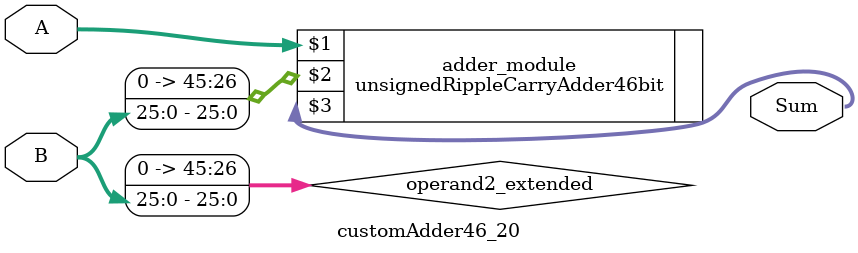
<source format=v>
module customAdder46_20(
                        input [45 : 0] A,
                        input [25 : 0] B,
                        
                        output [46 : 0] Sum
                );

        wire [45 : 0] operand2_extended;
        
        assign operand2_extended =  {20'b0, B};
        
        unsignedRippleCarryAdder46bit adder_module(
            A,
            operand2_extended,
            Sum
        );
        
        endmodule
        
</source>
